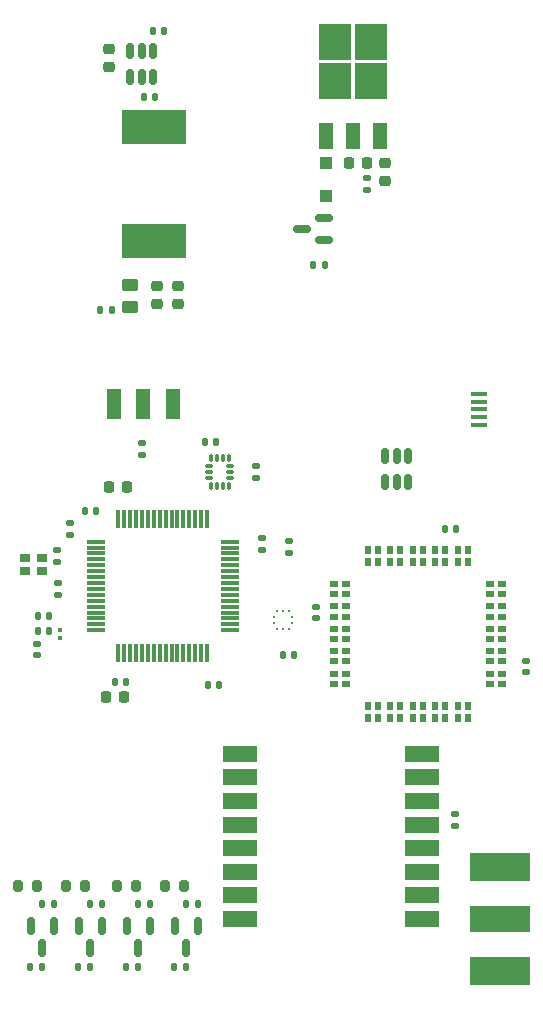
<source format=gbr>
%TF.GenerationSoftware,KiCad,Pcbnew,6.0.11-2627ca5db0~126~ubuntu22.04.1*%
%TF.CreationDate,2023-03-24T18:23:20-04:00*%
%TF.ProjectId,Io,496f2e6b-6963-4616-945f-706362585858,rev?*%
%TF.SameCoordinates,Original*%
%TF.FileFunction,Paste,Top*%
%TF.FilePolarity,Positive*%
%FSLAX46Y46*%
G04 Gerber Fmt 4.6, Leading zero omitted, Abs format (unit mm)*
G04 Created by KiCad (PCBNEW 6.0.11-2627ca5db0~126~ubuntu22.04.1) date 2023-03-24 18:23:20*
%MOMM*%
%LPD*%
G01*
G04 APERTURE LIST*
G04 Aperture macros list*
%AMRoundRect*
0 Rectangle with rounded corners*
0 $1 Rounding radius*
0 $2 $3 $4 $5 $6 $7 $8 $9 X,Y pos of 4 corners*
0 Add a 4 corners polygon primitive as box body*
4,1,4,$2,$3,$4,$5,$6,$7,$8,$9,$2,$3,0*
0 Add four circle primitives for the rounded corners*
1,1,$1+$1,$2,$3*
1,1,$1+$1,$4,$5*
1,1,$1+$1,$6,$7*
1,1,$1+$1,$8,$9*
0 Add four rect primitives between the rounded corners*
20,1,$1+$1,$2,$3,$4,$5,0*
20,1,$1+$1,$4,$5,$6,$7,0*
20,1,$1+$1,$6,$7,$8,$9,0*
20,1,$1+$1,$8,$9,$2,$3,0*%
G04 Aperture macros list end*
%ADD10RoundRect,0.135000X-0.185000X0.135000X-0.185000X-0.135000X0.185000X-0.135000X0.185000X0.135000X0*%
%ADD11RoundRect,0.140000X0.170000X-0.140000X0.170000X0.140000X-0.170000X0.140000X-0.170000X-0.140000X0*%
%ADD12R,1.200000X2.500000*%
%ADD13R,0.900000X0.800000*%
%ADD14RoundRect,0.140000X0.140000X0.170000X-0.140000X0.170000X-0.140000X-0.170000X0.140000X-0.170000X0*%
%ADD15RoundRect,0.135000X0.135000X0.185000X-0.135000X0.185000X-0.135000X-0.185000X0.135000X-0.185000X0*%
%ADD16RoundRect,0.225000X-0.250000X0.225000X-0.250000X-0.225000X0.250000X-0.225000X0.250000X0.225000X0*%
%ADD17R,0.720000X0.580000*%
%ADD18R,0.580000X0.720000*%
%ADD19RoundRect,0.087500X0.087500X-0.225000X0.087500X0.225000X-0.087500X0.225000X-0.087500X-0.225000X0*%
%ADD20RoundRect,0.087500X0.225000X-0.087500X0.225000X0.087500X-0.225000X0.087500X-0.225000X-0.087500X0*%
%ADD21RoundRect,0.200000X-0.200000X-0.275000X0.200000X-0.275000X0.200000X0.275000X-0.200000X0.275000X0*%
%ADD22RoundRect,0.135000X0.185000X-0.135000X0.185000X0.135000X-0.185000X0.135000X-0.185000X-0.135000X0*%
%ADD23R,5.400000X2.900000*%
%ADD24RoundRect,0.140000X-0.170000X0.140000X-0.170000X-0.140000X0.170000X-0.140000X0.170000X0.140000X0*%
%ADD25RoundRect,0.150000X-0.150000X0.587500X-0.150000X-0.587500X0.150000X-0.587500X0.150000X0.587500X0*%
%ADD26RoundRect,0.140000X-0.140000X-0.170000X0.140000X-0.170000X0.140000X0.170000X-0.140000X0.170000X0*%
%ADD27R,1.100000X1.100000*%
%ADD28RoundRect,0.150000X-0.150000X0.512500X-0.150000X-0.512500X0.150000X-0.512500X0.150000X0.512500X0*%
%ADD29RoundRect,0.225000X-0.225000X-0.250000X0.225000X-0.250000X0.225000X0.250000X-0.225000X0.250000X0*%
%ADD30R,2.750000X3.050000*%
%ADD31R,1.200000X2.200000*%
%ADD32R,0.275000X0.250000*%
%ADD33R,0.250000X0.275000*%
%ADD34RoundRect,0.079500X-0.100500X0.079500X-0.100500X-0.079500X0.100500X-0.079500X0.100500X0.079500X0*%
%ADD35RoundRect,0.250000X0.450000X-0.262500X0.450000X0.262500X-0.450000X0.262500X-0.450000X-0.262500X0*%
%ADD36RoundRect,0.150000X0.587500X0.150000X-0.587500X0.150000X-0.587500X-0.150000X0.587500X-0.150000X0*%
%ADD37RoundRect,0.135000X-0.135000X-0.185000X0.135000X-0.185000X0.135000X0.185000X-0.135000X0.185000X0*%
%ADD38RoundRect,0.075000X-0.700000X-0.075000X0.700000X-0.075000X0.700000X0.075000X-0.700000X0.075000X0*%
%ADD39RoundRect,0.075000X-0.075000X-0.700000X0.075000X-0.700000X0.075000X0.700000X-0.075000X0.700000X0*%
%ADD40R,1.350000X0.400000*%
%ADD41R,5.080000X2.290000*%
%ADD42R,5.080000X2.420000*%
%ADD43RoundRect,0.225000X0.225000X0.250000X-0.225000X0.250000X-0.225000X-0.250000X0.225000X-0.250000X0*%
%ADD44RoundRect,0.218750X0.256250X-0.218750X0.256250X0.218750X-0.256250X0.218750X-0.256250X-0.218750X0*%
%ADD45R,3.000000X1.400000*%
G04 APERTURE END LIST*
D10*
%TO.C,R18*%
X156464000Y-106174000D03*
X156464000Y-105154000D03*
%TD*%
D11*
%TO.C,C22*%
X170544000Y-129258000D03*
X170544000Y-128298000D03*
%TD*%
D12*
%TO.C,SW1*%
X146645000Y-93555000D03*
X144145000Y-93555000D03*
X141645000Y-93555000D03*
%TD*%
D13*
%TO.C,Y1*%
X134146000Y-107738000D03*
X135546000Y-107738000D03*
X135546000Y-106638000D03*
X134146000Y-106638000D03*
%TD*%
D14*
%TO.C,C16*%
X136164000Y-112772000D03*
X135204000Y-112772000D03*
%TD*%
D15*
%TO.C,R12*%
X147807000Y-141224000D03*
X146787000Y-141224000D03*
%TD*%
D11*
%TO.C,C13*%
X137922000Y-104620000D03*
X137922000Y-103660000D03*
%TD*%
D16*
%TO.C,C7*%
X147066000Y-83553000D03*
X147066000Y-85103000D03*
%TD*%
D17*
%TO.C,U6*%
X173486000Y-108805000D03*
X174486000Y-110705000D03*
D18*
X164011000Y-120130000D03*
X170761000Y-105930000D03*
X169711000Y-119130000D03*
X171611000Y-120130000D03*
X165061000Y-119130000D03*
X168861000Y-119130000D03*
X170761000Y-119130000D03*
D17*
X173486000Y-113455000D03*
X161286000Y-110705000D03*
X173486000Y-109655000D03*
D18*
X165061000Y-106930000D03*
D17*
X174486000Y-113455000D03*
X160286000Y-117255000D03*
D18*
X163161000Y-120130000D03*
D17*
X160286000Y-110705000D03*
D18*
X171611000Y-106930000D03*
D17*
X173486000Y-117255000D03*
D18*
X163161000Y-105930000D03*
D17*
X173486000Y-114505000D03*
X161286000Y-109655000D03*
X174486000Y-111555000D03*
D18*
X165911000Y-119130000D03*
D17*
X173486000Y-112605000D03*
X174486000Y-112605000D03*
D18*
X164011000Y-119130000D03*
X166961000Y-106930000D03*
D17*
X161286000Y-114505000D03*
D18*
X163161000Y-119130000D03*
X169711000Y-120130000D03*
X166961000Y-105930000D03*
D17*
X161286000Y-111555000D03*
D18*
X168861000Y-106930000D03*
D17*
X161286000Y-115355000D03*
X174486000Y-116405000D03*
D18*
X166961000Y-119130000D03*
D17*
X160286000Y-112605000D03*
X174486000Y-108805000D03*
D18*
X169711000Y-106930000D03*
X171611000Y-119130000D03*
D17*
X160286000Y-108805000D03*
X160286000Y-115355000D03*
X161286000Y-113455000D03*
D18*
X165061000Y-105930000D03*
X168861000Y-120130000D03*
X164011000Y-105930000D03*
X168861000Y-105930000D03*
X167811000Y-120130000D03*
X170761000Y-120130000D03*
X170761000Y-106930000D03*
X164011000Y-106930000D03*
D17*
X174486000Y-109655000D03*
X161286000Y-116405000D03*
D18*
X163161000Y-106930000D03*
D17*
X161286000Y-108805000D03*
D18*
X165911000Y-106930000D03*
X167811000Y-106930000D03*
D17*
X173486000Y-111555000D03*
X160286000Y-111555000D03*
D18*
X165061000Y-120130000D03*
X165911000Y-120130000D03*
D17*
X160286000Y-114505000D03*
X174486000Y-115355000D03*
X173486000Y-115355000D03*
D18*
X166961000Y-120130000D03*
D17*
X161286000Y-117255000D03*
X160286000Y-109655000D03*
X174486000Y-117255000D03*
X161286000Y-112605000D03*
D18*
X165911000Y-105930000D03*
X167811000Y-105930000D03*
X169711000Y-105930000D03*
D17*
X174486000Y-114505000D03*
X173486000Y-116405000D03*
X160286000Y-116405000D03*
D18*
X171611000Y-105930000D03*
X167811000Y-119130000D03*
D17*
X173486000Y-110705000D03*
X160286000Y-113455000D03*
%TD*%
D19*
%TO.C,U4*%
X149872000Y-100476500D03*
X150372000Y-100476500D03*
X150872000Y-100476500D03*
X151372000Y-100476500D03*
D20*
X151534500Y-99814000D03*
X151534500Y-99314000D03*
X151534500Y-98814000D03*
D19*
X151372000Y-98151500D03*
X150872000Y-98151500D03*
X150372000Y-98151500D03*
X149872000Y-98151500D03*
D20*
X149709500Y-98814000D03*
X149709500Y-99314000D03*
X149709500Y-99814000D03*
%TD*%
D21*
%TO.C,R11*%
X143550000Y-134366000D03*
X141900000Y-134366000D03*
%TD*%
D14*
%TO.C,C15*%
X150594000Y-117348000D03*
X149634000Y-117348000D03*
%TD*%
D16*
%TO.C,C1*%
X141224000Y-63487000D03*
X141224000Y-65037000D03*
%TD*%
D22*
%TO.C,R16*%
X163068000Y-75440000D03*
X163068000Y-74420000D03*
%TD*%
D23*
%TO.C,L1*%
X145034000Y-70080000D03*
X145034000Y-79780000D03*
%TD*%
D24*
%TO.C,C26*%
X176530000Y-115316000D03*
X176530000Y-116276000D03*
%TD*%
D15*
%TO.C,R1*%
X159514000Y-81788000D03*
X158494000Y-81788000D03*
%TD*%
D25*
%TO.C,Q4*%
X143741000Y-139621500D03*
X142791000Y-137746500D03*
X144691000Y-137746500D03*
%TD*%
D26*
%TO.C,C3*%
X144173000Y-67568000D03*
X145133000Y-67568000D03*
%TD*%
D27*
%TO.C,D1*%
X159585000Y-73180000D03*
X159585000Y-75980000D03*
%TD*%
D28*
%TO.C,IC1*%
X144968000Y-63632500D03*
X144018000Y-63632500D03*
X143068000Y-63632500D03*
X143068000Y-65907500D03*
X144018000Y-65907500D03*
X144968000Y-65907500D03*
%TD*%
D29*
%TO.C,C2*%
X161531000Y-73152000D03*
X163081000Y-73152000D03*
%TD*%
D21*
%TO.C,R13*%
X147614000Y-134366000D03*
X145964000Y-134366000D03*
%TD*%
D30*
%TO.C,U1*%
X163450000Y-62900000D03*
X160400000Y-62900000D03*
X163450000Y-66250000D03*
X160400000Y-66250000D03*
D31*
X159645000Y-70875000D03*
X161925000Y-70875000D03*
X164205000Y-70875000D03*
%TD*%
D25*
%TO.C,Q2*%
X135613000Y-139621500D03*
X134663000Y-137746500D03*
X136563000Y-137746500D03*
%TD*%
D32*
%TO.C,IC2*%
X156723000Y-112117000D03*
X156723000Y-111617000D03*
D33*
X156460000Y-111105000D03*
X155960000Y-111105000D03*
X155460000Y-111105000D03*
D32*
X155197000Y-111617000D03*
X155197000Y-112117000D03*
D33*
X155460000Y-112629000D03*
X155960000Y-112629000D03*
X156460000Y-112629000D03*
%TD*%
D28*
%TO.C,U3*%
X166558000Y-100197500D03*
X165608000Y-100197500D03*
X164658000Y-100197500D03*
X164658000Y-97922500D03*
X165608000Y-97922500D03*
X166558000Y-97922500D03*
%TD*%
D21*
%TO.C,R7*%
X135168000Y-134366000D03*
X133518000Y-134366000D03*
%TD*%
D26*
%TO.C,C5*%
X144935000Y-61976000D03*
X145895000Y-61976000D03*
%TD*%
D34*
%TO.C,FB1*%
X137104000Y-113371000D03*
X137104000Y-112681000D03*
%TD*%
D29*
%TO.C,C8*%
X141224000Y-100584000D03*
X142774000Y-100584000D03*
%TD*%
D14*
%TO.C,C14*%
X142720000Y-117094000D03*
X141760000Y-117094000D03*
%TD*%
D16*
%TO.C,C6*%
X145288000Y-83553000D03*
X145288000Y-85103000D03*
%TD*%
D35*
%TO.C,R15*%
X143002000Y-85344000D03*
X143002000Y-83519000D03*
%TD*%
D36*
%TO.C,Q1*%
X159433500Y-79690000D03*
X159433500Y-77790000D03*
X157558500Y-78740000D03*
%TD*%
D15*
%TO.C,R8*%
X138659000Y-141224000D03*
X139679000Y-141224000D03*
%TD*%
D37*
%TO.C,R14*%
X140460000Y-85598000D03*
X141480000Y-85598000D03*
%TD*%
D38*
%TO.C,U2*%
X140121000Y-105216000D03*
X140121000Y-105716000D03*
X140121000Y-106216000D03*
X140121000Y-106716000D03*
X140121000Y-107216000D03*
X140121000Y-107716000D03*
X140121000Y-108216000D03*
X140121000Y-108716000D03*
X140121000Y-109216000D03*
X140121000Y-109716000D03*
X140121000Y-110216000D03*
X140121000Y-110716000D03*
X140121000Y-111216000D03*
X140121000Y-111716000D03*
X140121000Y-112216000D03*
X140121000Y-112716000D03*
D39*
X142046000Y-114641000D03*
X142546000Y-114641000D03*
X143046000Y-114641000D03*
X143546000Y-114641000D03*
X144046000Y-114641000D03*
X144546000Y-114641000D03*
X145046000Y-114641000D03*
X145546000Y-114641000D03*
X146046000Y-114641000D03*
X146546000Y-114641000D03*
X147046000Y-114641000D03*
X147546000Y-114641000D03*
X148046000Y-114641000D03*
X148546000Y-114641000D03*
X149046000Y-114641000D03*
X149546000Y-114641000D03*
D38*
X151471000Y-112716000D03*
X151471000Y-112216000D03*
X151471000Y-111716000D03*
X151471000Y-111216000D03*
X151471000Y-110716000D03*
X151471000Y-110216000D03*
X151471000Y-109716000D03*
X151471000Y-109216000D03*
X151471000Y-108716000D03*
X151471000Y-108216000D03*
X151471000Y-107716000D03*
X151471000Y-107216000D03*
X151471000Y-106716000D03*
X151471000Y-106216000D03*
X151471000Y-105716000D03*
X151471000Y-105216000D03*
D39*
X149546000Y-103291000D03*
X149046000Y-103291000D03*
X148546000Y-103291000D03*
X148046000Y-103291000D03*
X147546000Y-103291000D03*
X147046000Y-103291000D03*
X146546000Y-103291000D03*
X146046000Y-103291000D03*
X145546000Y-103291000D03*
X145046000Y-103291000D03*
X144546000Y-103291000D03*
X144046000Y-103291000D03*
X143546000Y-103291000D03*
X143046000Y-103291000D03*
X142546000Y-103291000D03*
X142046000Y-103291000D03*
%TD*%
D15*
%TO.C,R10*%
X142723000Y-141224000D03*
X143743000Y-141224000D03*
%TD*%
D40*
%TO.C,J7*%
X172585000Y-95310000D03*
X172585000Y-94660000D03*
X172585000Y-94010000D03*
X172585000Y-93360000D03*
X172585000Y-92710000D03*
%TD*%
D11*
%TO.C,C12*%
X136878000Y-106906000D03*
X136878000Y-105946000D03*
%TD*%
D21*
%TO.C,R9*%
X139232000Y-134366000D03*
X137582000Y-134366000D03*
%TD*%
D15*
%TO.C,R2*%
X135611000Y-135890000D03*
X136631000Y-135890000D03*
%TD*%
D24*
%TO.C,C10*%
X154178000Y-104930000D03*
X154178000Y-105890000D03*
%TD*%
D25*
%TO.C,Q5*%
X147805000Y-139621500D03*
X146855000Y-137746500D03*
X148755000Y-137746500D03*
%TD*%
D26*
%TO.C,C25*%
X169700000Y-104140000D03*
X170660000Y-104140000D03*
%TD*%
D15*
%TO.C,R3*%
X139675000Y-135890000D03*
X140695000Y-135890000D03*
%TD*%
D11*
%TO.C,C20*%
X153670000Y-99794000D03*
X153670000Y-98834000D03*
%TD*%
D14*
%TO.C,C17*%
X136164000Y-111502000D03*
X135204000Y-111502000D03*
%TD*%
D10*
%TO.C,R17*%
X144018000Y-96899000D03*
X144018000Y-97919000D03*
%TD*%
D41*
%TO.C,J8*%
X174365000Y-137160000D03*
D42*
X174365000Y-141540000D03*
X174365000Y-132780000D03*
%TD*%
D15*
%TO.C,R5*%
X147803000Y-135874000D03*
X148823000Y-135874000D03*
%TD*%
D25*
%TO.C,Q3*%
X139677000Y-139621500D03*
X138727000Y-137746500D03*
X140627000Y-137746500D03*
%TD*%
D43*
%TO.C,C4*%
X142507000Y-118364000D03*
X140957000Y-118364000D03*
%TD*%
D14*
%TO.C,C23*%
X156948000Y-114788000D03*
X155988000Y-114788000D03*
%TD*%
D15*
%TO.C,R4*%
X143739000Y-135874000D03*
X144759000Y-135874000D03*
%TD*%
D14*
%TO.C,C11*%
X140180000Y-102616000D03*
X139220000Y-102616000D03*
%TD*%
D24*
%TO.C,C9*%
X136910000Y-108740000D03*
X136910000Y-109700000D03*
%TD*%
D15*
%TO.C,R6*%
X135615000Y-141224000D03*
X134595000Y-141224000D03*
%TD*%
D44*
%TO.C,D2*%
X164592000Y-74701500D03*
X164592000Y-73126500D03*
%TD*%
D14*
%TO.C,C21*%
X150340000Y-96778000D03*
X149380000Y-96778000D03*
%TD*%
D11*
%TO.C,C24*%
X158750000Y-111712000D03*
X158750000Y-110752000D03*
%TD*%
D24*
%TO.C,C18*%
X135128000Y-113848000D03*
X135128000Y-114808000D03*
%TD*%
D45*
%TO.C,U5*%
X152320000Y-123175000D03*
X152320000Y-125175000D03*
X152320000Y-127175000D03*
X152320000Y-129175000D03*
X152320000Y-131175000D03*
X152320000Y-133175000D03*
X152320000Y-135175000D03*
X152320000Y-137175000D03*
X167720000Y-137175000D03*
X167720000Y-135175000D03*
X167720000Y-133175000D03*
X167720000Y-131175000D03*
X167720000Y-129175000D03*
X167720000Y-127175000D03*
X167720000Y-125175000D03*
X167720000Y-123175000D03*
%TD*%
M02*

</source>
